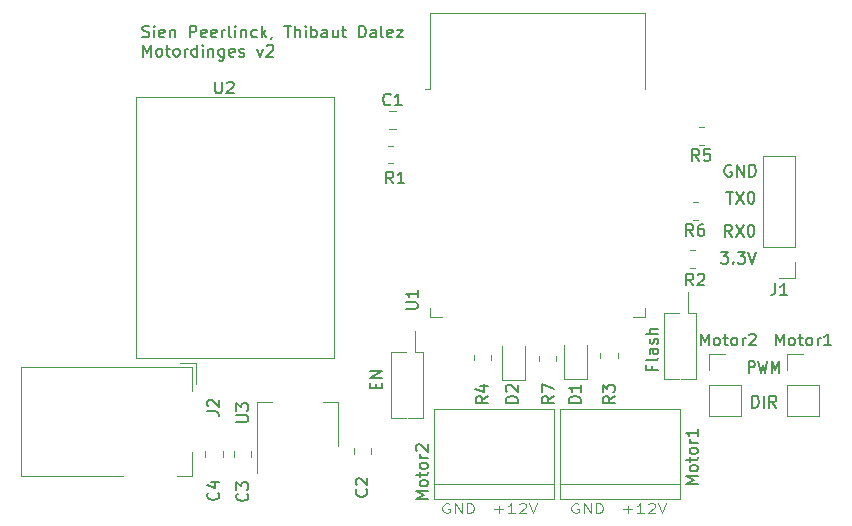
<source format=gbr>
%TF.GenerationSoftware,KiCad,Pcbnew,7.0.1*%
%TF.CreationDate,2023-04-20T23:02:29+02:00*%
%TF.ProjectId,Motordinges,4d6f746f-7264-4696-9e67-65732e6b6963,rev?*%
%TF.SameCoordinates,Original*%
%TF.FileFunction,Legend,Top*%
%TF.FilePolarity,Positive*%
%FSLAX46Y46*%
G04 Gerber Fmt 4.6, Leading zero omitted, Abs format (unit mm)*
G04 Created by KiCad (PCBNEW 7.0.1) date 2023-04-20 23:02:29*
%MOMM*%
%LPD*%
G01*
G04 APERTURE LIST*
%ADD10C,0.150000*%
%ADD11C,0.100000*%
%ADD12C,0.120000*%
G04 APERTURE END LIST*
D10*
X136128095Y-70235619D02*
X136128095Y-69235619D01*
X136128095Y-69235619D02*
X136366190Y-69235619D01*
X136366190Y-69235619D02*
X136509047Y-69283238D01*
X136509047Y-69283238D02*
X136604285Y-69378476D01*
X136604285Y-69378476D02*
X136651904Y-69473714D01*
X136651904Y-69473714D02*
X136699523Y-69664190D01*
X136699523Y-69664190D02*
X136699523Y-69807047D01*
X136699523Y-69807047D02*
X136651904Y-69997523D01*
X136651904Y-69997523D02*
X136604285Y-70092761D01*
X136604285Y-70092761D02*
X136509047Y-70188000D01*
X136509047Y-70188000D02*
X136366190Y-70235619D01*
X136366190Y-70235619D02*
X136128095Y-70235619D01*
X137128095Y-70235619D02*
X137128095Y-69235619D01*
X138175713Y-70235619D02*
X137842380Y-69759428D01*
X137604285Y-70235619D02*
X137604285Y-69235619D01*
X137604285Y-69235619D02*
X137985237Y-69235619D01*
X137985237Y-69235619D02*
X138080475Y-69283238D01*
X138080475Y-69283238D02*
X138128094Y-69330857D01*
X138128094Y-69330857D02*
X138175713Y-69426095D01*
X138175713Y-69426095D02*
X138175713Y-69568952D01*
X138175713Y-69568952D02*
X138128094Y-69664190D01*
X138128094Y-69664190D02*
X138080475Y-69711809D01*
X138080475Y-69711809D02*
X137985237Y-69759428D01*
X137985237Y-69759428D02*
X137604285Y-69759428D01*
D11*
X125206095Y-78845333D02*
X125968000Y-78845333D01*
X125587047Y-79150095D02*
X125587047Y-78540571D01*
X126967999Y-79150095D02*
X126396571Y-79150095D01*
X126682285Y-79150095D02*
X126682285Y-78350095D01*
X126682285Y-78350095D02*
X126587047Y-78464380D01*
X126587047Y-78464380D02*
X126491809Y-78540571D01*
X126491809Y-78540571D02*
X126396571Y-78578666D01*
X127348952Y-78426285D02*
X127396571Y-78388190D01*
X127396571Y-78388190D02*
X127491809Y-78350095D01*
X127491809Y-78350095D02*
X127729904Y-78350095D01*
X127729904Y-78350095D02*
X127825142Y-78388190D01*
X127825142Y-78388190D02*
X127872761Y-78426285D01*
X127872761Y-78426285D02*
X127920380Y-78502476D01*
X127920380Y-78502476D02*
X127920380Y-78578666D01*
X127920380Y-78578666D02*
X127872761Y-78692952D01*
X127872761Y-78692952D02*
X127301333Y-79150095D01*
X127301333Y-79150095D02*
X127920380Y-79150095D01*
X128206095Y-78350095D02*
X128539428Y-79150095D01*
X128539428Y-79150095D02*
X128872761Y-78350095D01*
D10*
X135850285Y-67314619D02*
X135850285Y-66314619D01*
X135850285Y-66314619D02*
X136193142Y-66314619D01*
X136193142Y-66314619D02*
X136278857Y-66362238D01*
X136278857Y-66362238D02*
X136321714Y-66409857D01*
X136321714Y-66409857D02*
X136364571Y-66505095D01*
X136364571Y-66505095D02*
X136364571Y-66647952D01*
X136364571Y-66647952D02*
X136321714Y-66743190D01*
X136321714Y-66743190D02*
X136278857Y-66790809D01*
X136278857Y-66790809D02*
X136193142Y-66838428D01*
X136193142Y-66838428D02*
X135850285Y-66838428D01*
X136664571Y-66314619D02*
X136878857Y-67314619D01*
X136878857Y-67314619D02*
X137050285Y-66600333D01*
X137050285Y-66600333D02*
X137221714Y-67314619D01*
X137221714Y-67314619D02*
X137436000Y-66314619D01*
X137778856Y-67314619D02*
X137778856Y-66314619D01*
X137778856Y-66314619D02*
X138078856Y-67028904D01*
X138078856Y-67028904D02*
X138378856Y-66314619D01*
X138378856Y-66314619D02*
X138378856Y-67314619D01*
D11*
X121411904Y-78388190D02*
X121316666Y-78350095D01*
X121316666Y-78350095D02*
X121173809Y-78350095D01*
X121173809Y-78350095D02*
X121030952Y-78388190D01*
X121030952Y-78388190D02*
X120935714Y-78464380D01*
X120935714Y-78464380D02*
X120888095Y-78540571D01*
X120888095Y-78540571D02*
X120840476Y-78692952D01*
X120840476Y-78692952D02*
X120840476Y-78807238D01*
X120840476Y-78807238D02*
X120888095Y-78959619D01*
X120888095Y-78959619D02*
X120935714Y-79035809D01*
X120935714Y-79035809D02*
X121030952Y-79112000D01*
X121030952Y-79112000D02*
X121173809Y-79150095D01*
X121173809Y-79150095D02*
X121269047Y-79150095D01*
X121269047Y-79150095D02*
X121411904Y-79112000D01*
X121411904Y-79112000D02*
X121459523Y-79073904D01*
X121459523Y-79073904D02*
X121459523Y-78807238D01*
X121459523Y-78807238D02*
X121269047Y-78807238D01*
X121888095Y-79150095D02*
X121888095Y-78350095D01*
X121888095Y-78350095D02*
X122459523Y-79150095D01*
X122459523Y-79150095D02*
X122459523Y-78350095D01*
X122935714Y-79150095D02*
X122935714Y-78350095D01*
X122935714Y-78350095D02*
X123173809Y-78350095D01*
X123173809Y-78350095D02*
X123316666Y-78388190D01*
X123316666Y-78388190D02*
X123411904Y-78464380D01*
X123411904Y-78464380D02*
X123459523Y-78540571D01*
X123459523Y-78540571D02*
X123507142Y-78692952D01*
X123507142Y-78692952D02*
X123507142Y-78807238D01*
X123507142Y-78807238D02*
X123459523Y-78959619D01*
X123459523Y-78959619D02*
X123411904Y-79035809D01*
X123411904Y-79035809D02*
X123316666Y-79112000D01*
X123316666Y-79112000D02*
X123173809Y-79150095D01*
X123173809Y-79150095D02*
X122935714Y-79150095D01*
D10*
X104255809Y-68595904D02*
X104255809Y-68262571D01*
X104779619Y-68119714D02*
X104779619Y-68595904D01*
X104779619Y-68595904D02*
X103779619Y-68595904D01*
X103779619Y-68595904D02*
X103779619Y-68119714D01*
X104779619Y-67691142D02*
X103779619Y-67691142D01*
X103779619Y-67691142D02*
X104779619Y-67119714D01*
X104779619Y-67119714D02*
X103779619Y-67119714D01*
X84518476Y-38850000D02*
X84661333Y-38897619D01*
X84661333Y-38897619D02*
X84899428Y-38897619D01*
X84899428Y-38897619D02*
X84994666Y-38850000D01*
X84994666Y-38850000D02*
X85042285Y-38802380D01*
X85042285Y-38802380D02*
X85089904Y-38707142D01*
X85089904Y-38707142D02*
X85089904Y-38611904D01*
X85089904Y-38611904D02*
X85042285Y-38516666D01*
X85042285Y-38516666D02*
X84994666Y-38469047D01*
X84994666Y-38469047D02*
X84899428Y-38421428D01*
X84899428Y-38421428D02*
X84708952Y-38373809D01*
X84708952Y-38373809D02*
X84613714Y-38326190D01*
X84613714Y-38326190D02*
X84566095Y-38278571D01*
X84566095Y-38278571D02*
X84518476Y-38183333D01*
X84518476Y-38183333D02*
X84518476Y-38088095D01*
X84518476Y-38088095D02*
X84566095Y-37992857D01*
X84566095Y-37992857D02*
X84613714Y-37945238D01*
X84613714Y-37945238D02*
X84708952Y-37897619D01*
X84708952Y-37897619D02*
X84947047Y-37897619D01*
X84947047Y-37897619D02*
X85089904Y-37945238D01*
X85518476Y-38897619D02*
X85518476Y-38230952D01*
X85518476Y-37897619D02*
X85470857Y-37945238D01*
X85470857Y-37945238D02*
X85518476Y-37992857D01*
X85518476Y-37992857D02*
X85566095Y-37945238D01*
X85566095Y-37945238D02*
X85518476Y-37897619D01*
X85518476Y-37897619D02*
X85518476Y-37992857D01*
X86375618Y-38850000D02*
X86280380Y-38897619D01*
X86280380Y-38897619D02*
X86089904Y-38897619D01*
X86089904Y-38897619D02*
X85994666Y-38850000D01*
X85994666Y-38850000D02*
X85947047Y-38754761D01*
X85947047Y-38754761D02*
X85947047Y-38373809D01*
X85947047Y-38373809D02*
X85994666Y-38278571D01*
X85994666Y-38278571D02*
X86089904Y-38230952D01*
X86089904Y-38230952D02*
X86280380Y-38230952D01*
X86280380Y-38230952D02*
X86375618Y-38278571D01*
X86375618Y-38278571D02*
X86423237Y-38373809D01*
X86423237Y-38373809D02*
X86423237Y-38469047D01*
X86423237Y-38469047D02*
X85947047Y-38564285D01*
X86851809Y-38230952D02*
X86851809Y-38897619D01*
X86851809Y-38326190D02*
X86899428Y-38278571D01*
X86899428Y-38278571D02*
X86994666Y-38230952D01*
X86994666Y-38230952D02*
X87137523Y-38230952D01*
X87137523Y-38230952D02*
X87232761Y-38278571D01*
X87232761Y-38278571D02*
X87280380Y-38373809D01*
X87280380Y-38373809D02*
X87280380Y-38897619D01*
X88518476Y-38897619D02*
X88518476Y-37897619D01*
X88518476Y-37897619D02*
X88899428Y-37897619D01*
X88899428Y-37897619D02*
X88994666Y-37945238D01*
X88994666Y-37945238D02*
X89042285Y-37992857D01*
X89042285Y-37992857D02*
X89089904Y-38088095D01*
X89089904Y-38088095D02*
X89089904Y-38230952D01*
X89089904Y-38230952D02*
X89042285Y-38326190D01*
X89042285Y-38326190D02*
X88994666Y-38373809D01*
X88994666Y-38373809D02*
X88899428Y-38421428D01*
X88899428Y-38421428D02*
X88518476Y-38421428D01*
X89899428Y-38850000D02*
X89804190Y-38897619D01*
X89804190Y-38897619D02*
X89613714Y-38897619D01*
X89613714Y-38897619D02*
X89518476Y-38850000D01*
X89518476Y-38850000D02*
X89470857Y-38754761D01*
X89470857Y-38754761D02*
X89470857Y-38373809D01*
X89470857Y-38373809D02*
X89518476Y-38278571D01*
X89518476Y-38278571D02*
X89613714Y-38230952D01*
X89613714Y-38230952D02*
X89804190Y-38230952D01*
X89804190Y-38230952D02*
X89899428Y-38278571D01*
X89899428Y-38278571D02*
X89947047Y-38373809D01*
X89947047Y-38373809D02*
X89947047Y-38469047D01*
X89947047Y-38469047D02*
X89470857Y-38564285D01*
X90756571Y-38850000D02*
X90661333Y-38897619D01*
X90661333Y-38897619D02*
X90470857Y-38897619D01*
X90470857Y-38897619D02*
X90375619Y-38850000D01*
X90375619Y-38850000D02*
X90328000Y-38754761D01*
X90328000Y-38754761D02*
X90328000Y-38373809D01*
X90328000Y-38373809D02*
X90375619Y-38278571D01*
X90375619Y-38278571D02*
X90470857Y-38230952D01*
X90470857Y-38230952D02*
X90661333Y-38230952D01*
X90661333Y-38230952D02*
X90756571Y-38278571D01*
X90756571Y-38278571D02*
X90804190Y-38373809D01*
X90804190Y-38373809D02*
X90804190Y-38469047D01*
X90804190Y-38469047D02*
X90328000Y-38564285D01*
X91232762Y-38897619D02*
X91232762Y-38230952D01*
X91232762Y-38421428D02*
X91280381Y-38326190D01*
X91280381Y-38326190D02*
X91328000Y-38278571D01*
X91328000Y-38278571D02*
X91423238Y-38230952D01*
X91423238Y-38230952D02*
X91518476Y-38230952D01*
X91994667Y-38897619D02*
X91899429Y-38850000D01*
X91899429Y-38850000D02*
X91851810Y-38754761D01*
X91851810Y-38754761D02*
X91851810Y-37897619D01*
X92375620Y-38897619D02*
X92375620Y-38230952D01*
X92375620Y-37897619D02*
X92328001Y-37945238D01*
X92328001Y-37945238D02*
X92375620Y-37992857D01*
X92375620Y-37992857D02*
X92423239Y-37945238D01*
X92423239Y-37945238D02*
X92375620Y-37897619D01*
X92375620Y-37897619D02*
X92375620Y-37992857D01*
X92851810Y-38230952D02*
X92851810Y-38897619D01*
X92851810Y-38326190D02*
X92899429Y-38278571D01*
X92899429Y-38278571D02*
X92994667Y-38230952D01*
X92994667Y-38230952D02*
X93137524Y-38230952D01*
X93137524Y-38230952D02*
X93232762Y-38278571D01*
X93232762Y-38278571D02*
X93280381Y-38373809D01*
X93280381Y-38373809D02*
X93280381Y-38897619D01*
X94185143Y-38850000D02*
X94089905Y-38897619D01*
X94089905Y-38897619D02*
X93899429Y-38897619D01*
X93899429Y-38897619D02*
X93804191Y-38850000D01*
X93804191Y-38850000D02*
X93756572Y-38802380D01*
X93756572Y-38802380D02*
X93708953Y-38707142D01*
X93708953Y-38707142D02*
X93708953Y-38421428D01*
X93708953Y-38421428D02*
X93756572Y-38326190D01*
X93756572Y-38326190D02*
X93804191Y-38278571D01*
X93804191Y-38278571D02*
X93899429Y-38230952D01*
X93899429Y-38230952D02*
X94089905Y-38230952D01*
X94089905Y-38230952D02*
X94185143Y-38278571D01*
X94613715Y-38897619D02*
X94613715Y-37897619D01*
X94708953Y-38516666D02*
X94994667Y-38897619D01*
X94994667Y-38230952D02*
X94613715Y-38611904D01*
X95470858Y-38850000D02*
X95470858Y-38897619D01*
X95470858Y-38897619D02*
X95423239Y-38992857D01*
X95423239Y-38992857D02*
X95375620Y-39040476D01*
X96518477Y-37897619D02*
X97089905Y-37897619D01*
X96804191Y-38897619D02*
X96804191Y-37897619D01*
X97423239Y-38897619D02*
X97423239Y-37897619D01*
X97851810Y-38897619D02*
X97851810Y-38373809D01*
X97851810Y-38373809D02*
X97804191Y-38278571D01*
X97804191Y-38278571D02*
X97708953Y-38230952D01*
X97708953Y-38230952D02*
X97566096Y-38230952D01*
X97566096Y-38230952D02*
X97470858Y-38278571D01*
X97470858Y-38278571D02*
X97423239Y-38326190D01*
X98328001Y-38897619D02*
X98328001Y-38230952D01*
X98328001Y-37897619D02*
X98280382Y-37945238D01*
X98280382Y-37945238D02*
X98328001Y-37992857D01*
X98328001Y-37992857D02*
X98375620Y-37945238D01*
X98375620Y-37945238D02*
X98328001Y-37897619D01*
X98328001Y-37897619D02*
X98328001Y-37992857D01*
X98804191Y-38897619D02*
X98804191Y-37897619D01*
X98804191Y-38278571D02*
X98899429Y-38230952D01*
X98899429Y-38230952D02*
X99089905Y-38230952D01*
X99089905Y-38230952D02*
X99185143Y-38278571D01*
X99185143Y-38278571D02*
X99232762Y-38326190D01*
X99232762Y-38326190D02*
X99280381Y-38421428D01*
X99280381Y-38421428D02*
X99280381Y-38707142D01*
X99280381Y-38707142D02*
X99232762Y-38802380D01*
X99232762Y-38802380D02*
X99185143Y-38850000D01*
X99185143Y-38850000D02*
X99089905Y-38897619D01*
X99089905Y-38897619D02*
X98899429Y-38897619D01*
X98899429Y-38897619D02*
X98804191Y-38850000D01*
X100137524Y-38897619D02*
X100137524Y-38373809D01*
X100137524Y-38373809D02*
X100089905Y-38278571D01*
X100089905Y-38278571D02*
X99994667Y-38230952D01*
X99994667Y-38230952D02*
X99804191Y-38230952D01*
X99804191Y-38230952D02*
X99708953Y-38278571D01*
X100137524Y-38850000D02*
X100042286Y-38897619D01*
X100042286Y-38897619D02*
X99804191Y-38897619D01*
X99804191Y-38897619D02*
X99708953Y-38850000D01*
X99708953Y-38850000D02*
X99661334Y-38754761D01*
X99661334Y-38754761D02*
X99661334Y-38659523D01*
X99661334Y-38659523D02*
X99708953Y-38564285D01*
X99708953Y-38564285D02*
X99804191Y-38516666D01*
X99804191Y-38516666D02*
X100042286Y-38516666D01*
X100042286Y-38516666D02*
X100137524Y-38469047D01*
X101042286Y-38230952D02*
X101042286Y-38897619D01*
X100613715Y-38230952D02*
X100613715Y-38754761D01*
X100613715Y-38754761D02*
X100661334Y-38850000D01*
X100661334Y-38850000D02*
X100756572Y-38897619D01*
X100756572Y-38897619D02*
X100899429Y-38897619D01*
X100899429Y-38897619D02*
X100994667Y-38850000D01*
X100994667Y-38850000D02*
X101042286Y-38802380D01*
X101375620Y-38230952D02*
X101756572Y-38230952D01*
X101518477Y-37897619D02*
X101518477Y-38754761D01*
X101518477Y-38754761D02*
X101566096Y-38850000D01*
X101566096Y-38850000D02*
X101661334Y-38897619D01*
X101661334Y-38897619D02*
X101756572Y-38897619D01*
X102851811Y-38897619D02*
X102851811Y-37897619D01*
X102851811Y-37897619D02*
X103089906Y-37897619D01*
X103089906Y-37897619D02*
X103232763Y-37945238D01*
X103232763Y-37945238D02*
X103328001Y-38040476D01*
X103328001Y-38040476D02*
X103375620Y-38135714D01*
X103375620Y-38135714D02*
X103423239Y-38326190D01*
X103423239Y-38326190D02*
X103423239Y-38469047D01*
X103423239Y-38469047D02*
X103375620Y-38659523D01*
X103375620Y-38659523D02*
X103328001Y-38754761D01*
X103328001Y-38754761D02*
X103232763Y-38850000D01*
X103232763Y-38850000D02*
X103089906Y-38897619D01*
X103089906Y-38897619D02*
X102851811Y-38897619D01*
X104280382Y-38897619D02*
X104280382Y-38373809D01*
X104280382Y-38373809D02*
X104232763Y-38278571D01*
X104232763Y-38278571D02*
X104137525Y-38230952D01*
X104137525Y-38230952D02*
X103947049Y-38230952D01*
X103947049Y-38230952D02*
X103851811Y-38278571D01*
X104280382Y-38850000D02*
X104185144Y-38897619D01*
X104185144Y-38897619D02*
X103947049Y-38897619D01*
X103947049Y-38897619D02*
X103851811Y-38850000D01*
X103851811Y-38850000D02*
X103804192Y-38754761D01*
X103804192Y-38754761D02*
X103804192Y-38659523D01*
X103804192Y-38659523D02*
X103851811Y-38564285D01*
X103851811Y-38564285D02*
X103947049Y-38516666D01*
X103947049Y-38516666D02*
X104185144Y-38516666D01*
X104185144Y-38516666D02*
X104280382Y-38469047D01*
X104899430Y-38897619D02*
X104804192Y-38850000D01*
X104804192Y-38850000D02*
X104756573Y-38754761D01*
X104756573Y-38754761D02*
X104756573Y-37897619D01*
X105661335Y-38850000D02*
X105566097Y-38897619D01*
X105566097Y-38897619D02*
X105375621Y-38897619D01*
X105375621Y-38897619D02*
X105280383Y-38850000D01*
X105280383Y-38850000D02*
X105232764Y-38754761D01*
X105232764Y-38754761D02*
X105232764Y-38373809D01*
X105232764Y-38373809D02*
X105280383Y-38278571D01*
X105280383Y-38278571D02*
X105375621Y-38230952D01*
X105375621Y-38230952D02*
X105566097Y-38230952D01*
X105566097Y-38230952D02*
X105661335Y-38278571D01*
X105661335Y-38278571D02*
X105708954Y-38373809D01*
X105708954Y-38373809D02*
X105708954Y-38469047D01*
X105708954Y-38469047D02*
X105232764Y-38564285D01*
X106042288Y-38230952D02*
X106566097Y-38230952D01*
X106566097Y-38230952D02*
X106042288Y-38897619D01*
X106042288Y-38897619D02*
X106566097Y-38897619D01*
X84566095Y-40517619D02*
X84566095Y-39517619D01*
X84566095Y-39517619D02*
X84899428Y-40231904D01*
X84899428Y-40231904D02*
X85232761Y-39517619D01*
X85232761Y-39517619D02*
X85232761Y-40517619D01*
X85851809Y-40517619D02*
X85756571Y-40470000D01*
X85756571Y-40470000D02*
X85708952Y-40422380D01*
X85708952Y-40422380D02*
X85661333Y-40327142D01*
X85661333Y-40327142D02*
X85661333Y-40041428D01*
X85661333Y-40041428D02*
X85708952Y-39946190D01*
X85708952Y-39946190D02*
X85756571Y-39898571D01*
X85756571Y-39898571D02*
X85851809Y-39850952D01*
X85851809Y-39850952D02*
X85994666Y-39850952D01*
X85994666Y-39850952D02*
X86089904Y-39898571D01*
X86089904Y-39898571D02*
X86137523Y-39946190D01*
X86137523Y-39946190D02*
X86185142Y-40041428D01*
X86185142Y-40041428D02*
X86185142Y-40327142D01*
X86185142Y-40327142D02*
X86137523Y-40422380D01*
X86137523Y-40422380D02*
X86089904Y-40470000D01*
X86089904Y-40470000D02*
X85994666Y-40517619D01*
X85994666Y-40517619D02*
X85851809Y-40517619D01*
X86470857Y-39850952D02*
X86851809Y-39850952D01*
X86613714Y-39517619D02*
X86613714Y-40374761D01*
X86613714Y-40374761D02*
X86661333Y-40470000D01*
X86661333Y-40470000D02*
X86756571Y-40517619D01*
X86756571Y-40517619D02*
X86851809Y-40517619D01*
X87328000Y-40517619D02*
X87232762Y-40470000D01*
X87232762Y-40470000D02*
X87185143Y-40422380D01*
X87185143Y-40422380D02*
X87137524Y-40327142D01*
X87137524Y-40327142D02*
X87137524Y-40041428D01*
X87137524Y-40041428D02*
X87185143Y-39946190D01*
X87185143Y-39946190D02*
X87232762Y-39898571D01*
X87232762Y-39898571D02*
X87328000Y-39850952D01*
X87328000Y-39850952D02*
X87470857Y-39850952D01*
X87470857Y-39850952D02*
X87566095Y-39898571D01*
X87566095Y-39898571D02*
X87613714Y-39946190D01*
X87613714Y-39946190D02*
X87661333Y-40041428D01*
X87661333Y-40041428D02*
X87661333Y-40327142D01*
X87661333Y-40327142D02*
X87613714Y-40422380D01*
X87613714Y-40422380D02*
X87566095Y-40470000D01*
X87566095Y-40470000D02*
X87470857Y-40517619D01*
X87470857Y-40517619D02*
X87328000Y-40517619D01*
X88089905Y-40517619D02*
X88089905Y-39850952D01*
X88089905Y-40041428D02*
X88137524Y-39946190D01*
X88137524Y-39946190D02*
X88185143Y-39898571D01*
X88185143Y-39898571D02*
X88280381Y-39850952D01*
X88280381Y-39850952D02*
X88375619Y-39850952D01*
X89137524Y-40517619D02*
X89137524Y-39517619D01*
X89137524Y-40470000D02*
X89042286Y-40517619D01*
X89042286Y-40517619D02*
X88851810Y-40517619D01*
X88851810Y-40517619D02*
X88756572Y-40470000D01*
X88756572Y-40470000D02*
X88708953Y-40422380D01*
X88708953Y-40422380D02*
X88661334Y-40327142D01*
X88661334Y-40327142D02*
X88661334Y-40041428D01*
X88661334Y-40041428D02*
X88708953Y-39946190D01*
X88708953Y-39946190D02*
X88756572Y-39898571D01*
X88756572Y-39898571D02*
X88851810Y-39850952D01*
X88851810Y-39850952D02*
X89042286Y-39850952D01*
X89042286Y-39850952D02*
X89137524Y-39898571D01*
X89613715Y-40517619D02*
X89613715Y-39850952D01*
X89613715Y-39517619D02*
X89566096Y-39565238D01*
X89566096Y-39565238D02*
X89613715Y-39612857D01*
X89613715Y-39612857D02*
X89661334Y-39565238D01*
X89661334Y-39565238D02*
X89613715Y-39517619D01*
X89613715Y-39517619D02*
X89613715Y-39612857D01*
X90089905Y-39850952D02*
X90089905Y-40517619D01*
X90089905Y-39946190D02*
X90137524Y-39898571D01*
X90137524Y-39898571D02*
X90232762Y-39850952D01*
X90232762Y-39850952D02*
X90375619Y-39850952D01*
X90375619Y-39850952D02*
X90470857Y-39898571D01*
X90470857Y-39898571D02*
X90518476Y-39993809D01*
X90518476Y-39993809D02*
X90518476Y-40517619D01*
X91423238Y-39850952D02*
X91423238Y-40660476D01*
X91423238Y-40660476D02*
X91375619Y-40755714D01*
X91375619Y-40755714D02*
X91328000Y-40803333D01*
X91328000Y-40803333D02*
X91232762Y-40850952D01*
X91232762Y-40850952D02*
X91089905Y-40850952D01*
X91089905Y-40850952D02*
X90994667Y-40803333D01*
X91423238Y-40470000D02*
X91328000Y-40517619D01*
X91328000Y-40517619D02*
X91137524Y-40517619D01*
X91137524Y-40517619D02*
X91042286Y-40470000D01*
X91042286Y-40470000D02*
X90994667Y-40422380D01*
X90994667Y-40422380D02*
X90947048Y-40327142D01*
X90947048Y-40327142D02*
X90947048Y-40041428D01*
X90947048Y-40041428D02*
X90994667Y-39946190D01*
X90994667Y-39946190D02*
X91042286Y-39898571D01*
X91042286Y-39898571D02*
X91137524Y-39850952D01*
X91137524Y-39850952D02*
X91328000Y-39850952D01*
X91328000Y-39850952D02*
X91423238Y-39898571D01*
X92280381Y-40470000D02*
X92185143Y-40517619D01*
X92185143Y-40517619D02*
X91994667Y-40517619D01*
X91994667Y-40517619D02*
X91899429Y-40470000D01*
X91899429Y-40470000D02*
X91851810Y-40374761D01*
X91851810Y-40374761D02*
X91851810Y-39993809D01*
X91851810Y-39993809D02*
X91899429Y-39898571D01*
X91899429Y-39898571D02*
X91994667Y-39850952D01*
X91994667Y-39850952D02*
X92185143Y-39850952D01*
X92185143Y-39850952D02*
X92280381Y-39898571D01*
X92280381Y-39898571D02*
X92328000Y-39993809D01*
X92328000Y-39993809D02*
X92328000Y-40089047D01*
X92328000Y-40089047D02*
X91851810Y-40184285D01*
X92708953Y-40470000D02*
X92804191Y-40517619D01*
X92804191Y-40517619D02*
X92994667Y-40517619D01*
X92994667Y-40517619D02*
X93089905Y-40470000D01*
X93089905Y-40470000D02*
X93137524Y-40374761D01*
X93137524Y-40374761D02*
X93137524Y-40327142D01*
X93137524Y-40327142D02*
X93089905Y-40231904D01*
X93089905Y-40231904D02*
X92994667Y-40184285D01*
X92994667Y-40184285D02*
X92851810Y-40184285D01*
X92851810Y-40184285D02*
X92756572Y-40136666D01*
X92756572Y-40136666D02*
X92708953Y-40041428D01*
X92708953Y-40041428D02*
X92708953Y-39993809D01*
X92708953Y-39993809D02*
X92756572Y-39898571D01*
X92756572Y-39898571D02*
X92851810Y-39850952D01*
X92851810Y-39850952D02*
X92994667Y-39850952D01*
X92994667Y-39850952D02*
X93089905Y-39898571D01*
X94232763Y-39850952D02*
X94470858Y-40517619D01*
X94470858Y-40517619D02*
X94708953Y-39850952D01*
X95042287Y-39612857D02*
X95089906Y-39565238D01*
X95089906Y-39565238D02*
X95185144Y-39517619D01*
X95185144Y-39517619D02*
X95423239Y-39517619D01*
X95423239Y-39517619D02*
X95518477Y-39565238D01*
X95518477Y-39565238D02*
X95566096Y-39612857D01*
X95566096Y-39612857D02*
X95613715Y-39708095D01*
X95613715Y-39708095D02*
X95613715Y-39803333D01*
X95613715Y-39803333D02*
X95566096Y-39946190D01*
X95566096Y-39946190D02*
X94994668Y-40517619D01*
X94994668Y-40517619D02*
X95613715Y-40517619D01*
X134365904Y-49725238D02*
X134270666Y-49677619D01*
X134270666Y-49677619D02*
X134127809Y-49677619D01*
X134127809Y-49677619D02*
X133984952Y-49725238D01*
X133984952Y-49725238D02*
X133889714Y-49820476D01*
X133889714Y-49820476D02*
X133842095Y-49915714D01*
X133842095Y-49915714D02*
X133794476Y-50106190D01*
X133794476Y-50106190D02*
X133794476Y-50249047D01*
X133794476Y-50249047D02*
X133842095Y-50439523D01*
X133842095Y-50439523D02*
X133889714Y-50534761D01*
X133889714Y-50534761D02*
X133984952Y-50630000D01*
X133984952Y-50630000D02*
X134127809Y-50677619D01*
X134127809Y-50677619D02*
X134223047Y-50677619D01*
X134223047Y-50677619D02*
X134365904Y-50630000D01*
X134365904Y-50630000D02*
X134413523Y-50582380D01*
X134413523Y-50582380D02*
X134413523Y-50249047D01*
X134413523Y-50249047D02*
X134223047Y-50249047D01*
X134842095Y-50677619D02*
X134842095Y-49677619D01*
X134842095Y-49677619D02*
X135413523Y-50677619D01*
X135413523Y-50677619D02*
X135413523Y-49677619D01*
X135889714Y-50677619D02*
X135889714Y-49677619D01*
X135889714Y-49677619D02*
X136127809Y-49677619D01*
X136127809Y-49677619D02*
X136270666Y-49725238D01*
X136270666Y-49725238D02*
X136365904Y-49820476D01*
X136365904Y-49820476D02*
X136413523Y-49915714D01*
X136413523Y-49915714D02*
X136461142Y-50106190D01*
X136461142Y-50106190D02*
X136461142Y-50249047D01*
X136461142Y-50249047D02*
X136413523Y-50439523D01*
X136413523Y-50439523D02*
X136365904Y-50534761D01*
X136365904Y-50534761D02*
X136270666Y-50630000D01*
X136270666Y-50630000D02*
X136127809Y-50677619D01*
X136127809Y-50677619D02*
X135889714Y-50677619D01*
X134413523Y-55757619D02*
X134080190Y-55281428D01*
X133842095Y-55757619D02*
X133842095Y-54757619D01*
X133842095Y-54757619D02*
X134223047Y-54757619D01*
X134223047Y-54757619D02*
X134318285Y-54805238D01*
X134318285Y-54805238D02*
X134365904Y-54852857D01*
X134365904Y-54852857D02*
X134413523Y-54948095D01*
X134413523Y-54948095D02*
X134413523Y-55090952D01*
X134413523Y-55090952D02*
X134365904Y-55186190D01*
X134365904Y-55186190D02*
X134318285Y-55233809D01*
X134318285Y-55233809D02*
X134223047Y-55281428D01*
X134223047Y-55281428D02*
X133842095Y-55281428D01*
X134746857Y-54757619D02*
X135413523Y-55757619D01*
X135413523Y-54757619D02*
X134746857Y-55757619D01*
X135984952Y-54757619D02*
X136080190Y-54757619D01*
X136080190Y-54757619D02*
X136175428Y-54805238D01*
X136175428Y-54805238D02*
X136223047Y-54852857D01*
X136223047Y-54852857D02*
X136270666Y-54948095D01*
X136270666Y-54948095D02*
X136318285Y-55138571D01*
X136318285Y-55138571D02*
X136318285Y-55376666D01*
X136318285Y-55376666D02*
X136270666Y-55567142D01*
X136270666Y-55567142D02*
X136223047Y-55662380D01*
X136223047Y-55662380D02*
X136175428Y-55710000D01*
X136175428Y-55710000D02*
X136080190Y-55757619D01*
X136080190Y-55757619D02*
X135984952Y-55757619D01*
X135984952Y-55757619D02*
X135889714Y-55710000D01*
X135889714Y-55710000D02*
X135842095Y-55662380D01*
X135842095Y-55662380D02*
X135794476Y-55567142D01*
X135794476Y-55567142D02*
X135746857Y-55376666D01*
X135746857Y-55376666D02*
X135746857Y-55138571D01*
X135746857Y-55138571D02*
X135794476Y-54948095D01*
X135794476Y-54948095D02*
X135842095Y-54852857D01*
X135842095Y-54852857D02*
X135889714Y-54805238D01*
X135889714Y-54805238D02*
X135984952Y-54757619D01*
D11*
X110489904Y-78388190D02*
X110394666Y-78350095D01*
X110394666Y-78350095D02*
X110251809Y-78350095D01*
X110251809Y-78350095D02*
X110108952Y-78388190D01*
X110108952Y-78388190D02*
X110013714Y-78464380D01*
X110013714Y-78464380D02*
X109966095Y-78540571D01*
X109966095Y-78540571D02*
X109918476Y-78692952D01*
X109918476Y-78692952D02*
X109918476Y-78807238D01*
X109918476Y-78807238D02*
X109966095Y-78959619D01*
X109966095Y-78959619D02*
X110013714Y-79035809D01*
X110013714Y-79035809D02*
X110108952Y-79112000D01*
X110108952Y-79112000D02*
X110251809Y-79150095D01*
X110251809Y-79150095D02*
X110347047Y-79150095D01*
X110347047Y-79150095D02*
X110489904Y-79112000D01*
X110489904Y-79112000D02*
X110537523Y-79073904D01*
X110537523Y-79073904D02*
X110537523Y-78807238D01*
X110537523Y-78807238D02*
X110347047Y-78807238D01*
X110966095Y-79150095D02*
X110966095Y-78350095D01*
X110966095Y-78350095D02*
X111537523Y-79150095D01*
X111537523Y-79150095D02*
X111537523Y-78350095D01*
X112013714Y-79150095D02*
X112013714Y-78350095D01*
X112013714Y-78350095D02*
X112251809Y-78350095D01*
X112251809Y-78350095D02*
X112394666Y-78388190D01*
X112394666Y-78388190D02*
X112489904Y-78464380D01*
X112489904Y-78464380D02*
X112537523Y-78540571D01*
X112537523Y-78540571D02*
X112585142Y-78692952D01*
X112585142Y-78692952D02*
X112585142Y-78807238D01*
X112585142Y-78807238D02*
X112537523Y-78959619D01*
X112537523Y-78959619D02*
X112489904Y-79035809D01*
X112489904Y-79035809D02*
X112394666Y-79112000D01*
X112394666Y-79112000D02*
X112251809Y-79150095D01*
X112251809Y-79150095D02*
X112013714Y-79150095D01*
D10*
X127623809Y-66738571D02*
X127623809Y-67071904D01*
X128147619Y-67071904D02*
X127147619Y-67071904D01*
X127147619Y-67071904D02*
X127147619Y-66595714D01*
X128147619Y-66071904D02*
X128100000Y-66167142D01*
X128100000Y-66167142D02*
X128004761Y-66214761D01*
X128004761Y-66214761D02*
X127147619Y-66214761D01*
X128147619Y-65262380D02*
X127623809Y-65262380D01*
X127623809Y-65262380D02*
X127528571Y-65309999D01*
X127528571Y-65309999D02*
X127480952Y-65405237D01*
X127480952Y-65405237D02*
X127480952Y-65595713D01*
X127480952Y-65595713D02*
X127528571Y-65690951D01*
X128100000Y-65262380D02*
X128147619Y-65357618D01*
X128147619Y-65357618D02*
X128147619Y-65595713D01*
X128147619Y-65595713D02*
X128100000Y-65690951D01*
X128100000Y-65690951D02*
X128004761Y-65738570D01*
X128004761Y-65738570D02*
X127909523Y-65738570D01*
X127909523Y-65738570D02*
X127814285Y-65690951D01*
X127814285Y-65690951D02*
X127766666Y-65595713D01*
X127766666Y-65595713D02*
X127766666Y-65357618D01*
X127766666Y-65357618D02*
X127719047Y-65262380D01*
X128100000Y-64833808D02*
X128147619Y-64738570D01*
X128147619Y-64738570D02*
X128147619Y-64548094D01*
X128147619Y-64548094D02*
X128100000Y-64452856D01*
X128100000Y-64452856D02*
X128004761Y-64405237D01*
X128004761Y-64405237D02*
X127957142Y-64405237D01*
X127957142Y-64405237D02*
X127861904Y-64452856D01*
X127861904Y-64452856D02*
X127814285Y-64548094D01*
X127814285Y-64548094D02*
X127814285Y-64690951D01*
X127814285Y-64690951D02*
X127766666Y-64786189D01*
X127766666Y-64786189D02*
X127671428Y-64833808D01*
X127671428Y-64833808D02*
X127623809Y-64833808D01*
X127623809Y-64833808D02*
X127528571Y-64786189D01*
X127528571Y-64786189D02*
X127480952Y-64690951D01*
X127480952Y-64690951D02*
X127480952Y-64548094D01*
X127480952Y-64548094D02*
X127528571Y-64452856D01*
X128147619Y-63976665D02*
X127147619Y-63976665D01*
X128147619Y-63548094D02*
X127623809Y-63548094D01*
X127623809Y-63548094D02*
X127528571Y-63595713D01*
X127528571Y-63595713D02*
X127480952Y-63690951D01*
X127480952Y-63690951D02*
X127480952Y-63833808D01*
X127480952Y-63833808D02*
X127528571Y-63929046D01*
X127528571Y-63929046D02*
X127576190Y-63976665D01*
X133492857Y-57043619D02*
X134111904Y-57043619D01*
X134111904Y-57043619D02*
X133778571Y-57424571D01*
X133778571Y-57424571D02*
X133921428Y-57424571D01*
X133921428Y-57424571D02*
X134016666Y-57472190D01*
X134016666Y-57472190D02*
X134064285Y-57519809D01*
X134064285Y-57519809D02*
X134111904Y-57615047D01*
X134111904Y-57615047D02*
X134111904Y-57853142D01*
X134111904Y-57853142D02*
X134064285Y-57948380D01*
X134064285Y-57948380D02*
X134016666Y-57996000D01*
X134016666Y-57996000D02*
X133921428Y-58043619D01*
X133921428Y-58043619D02*
X133635714Y-58043619D01*
X133635714Y-58043619D02*
X133540476Y-57996000D01*
X133540476Y-57996000D02*
X133492857Y-57948380D01*
X134540476Y-57948380D02*
X134588095Y-57996000D01*
X134588095Y-57996000D02*
X134540476Y-58043619D01*
X134540476Y-58043619D02*
X134492857Y-57996000D01*
X134492857Y-57996000D02*
X134540476Y-57948380D01*
X134540476Y-57948380D02*
X134540476Y-58043619D01*
X134921428Y-57043619D02*
X135540475Y-57043619D01*
X135540475Y-57043619D02*
X135207142Y-57424571D01*
X135207142Y-57424571D02*
X135349999Y-57424571D01*
X135349999Y-57424571D02*
X135445237Y-57472190D01*
X135445237Y-57472190D02*
X135492856Y-57519809D01*
X135492856Y-57519809D02*
X135540475Y-57615047D01*
X135540475Y-57615047D02*
X135540475Y-57853142D01*
X135540475Y-57853142D02*
X135492856Y-57948380D01*
X135492856Y-57948380D02*
X135445237Y-57996000D01*
X135445237Y-57996000D02*
X135349999Y-58043619D01*
X135349999Y-58043619D02*
X135064285Y-58043619D01*
X135064285Y-58043619D02*
X134969047Y-57996000D01*
X134969047Y-57996000D02*
X134921428Y-57948380D01*
X135826190Y-57043619D02*
X136159523Y-58043619D01*
X136159523Y-58043619D02*
X136492856Y-57043619D01*
D11*
X114284095Y-78845333D02*
X115046000Y-78845333D01*
X114665047Y-79150095D02*
X114665047Y-78540571D01*
X116045999Y-79150095D02*
X115474571Y-79150095D01*
X115760285Y-79150095D02*
X115760285Y-78350095D01*
X115760285Y-78350095D02*
X115665047Y-78464380D01*
X115665047Y-78464380D02*
X115569809Y-78540571D01*
X115569809Y-78540571D02*
X115474571Y-78578666D01*
X116426952Y-78426285D02*
X116474571Y-78388190D01*
X116474571Y-78388190D02*
X116569809Y-78350095D01*
X116569809Y-78350095D02*
X116807904Y-78350095D01*
X116807904Y-78350095D02*
X116903142Y-78388190D01*
X116903142Y-78388190D02*
X116950761Y-78426285D01*
X116950761Y-78426285D02*
X116998380Y-78502476D01*
X116998380Y-78502476D02*
X116998380Y-78578666D01*
X116998380Y-78578666D02*
X116950761Y-78692952D01*
X116950761Y-78692952D02*
X116379333Y-79150095D01*
X116379333Y-79150095D02*
X116998380Y-79150095D01*
X117284095Y-78350095D02*
X117617428Y-79150095D01*
X117617428Y-79150095D02*
X117950761Y-78350095D01*
D10*
X133953238Y-51963619D02*
X134524666Y-51963619D01*
X134238952Y-52963619D02*
X134238952Y-51963619D01*
X134762762Y-51963619D02*
X135429428Y-52963619D01*
X135429428Y-51963619D02*
X134762762Y-52963619D01*
X136000857Y-51963619D02*
X136096095Y-51963619D01*
X136096095Y-51963619D02*
X136191333Y-52011238D01*
X136191333Y-52011238D02*
X136238952Y-52058857D01*
X136238952Y-52058857D02*
X136286571Y-52154095D01*
X136286571Y-52154095D02*
X136334190Y-52344571D01*
X136334190Y-52344571D02*
X136334190Y-52582666D01*
X136334190Y-52582666D02*
X136286571Y-52773142D01*
X136286571Y-52773142D02*
X136238952Y-52868380D01*
X136238952Y-52868380D02*
X136191333Y-52916000D01*
X136191333Y-52916000D02*
X136096095Y-52963619D01*
X136096095Y-52963619D02*
X136000857Y-52963619D01*
X136000857Y-52963619D02*
X135905619Y-52916000D01*
X135905619Y-52916000D02*
X135858000Y-52868380D01*
X135858000Y-52868380D02*
X135810381Y-52773142D01*
X135810381Y-52773142D02*
X135762762Y-52582666D01*
X135762762Y-52582666D02*
X135762762Y-52344571D01*
X135762762Y-52344571D02*
X135810381Y-52154095D01*
X135810381Y-52154095D02*
X135858000Y-52058857D01*
X135858000Y-52058857D02*
X135905619Y-52011238D01*
X135905619Y-52011238D02*
X136000857Y-51963619D01*
%TO.C,Motor1*%
X138152476Y-64978619D02*
X138152476Y-63978619D01*
X138152476Y-63978619D02*
X138485809Y-64692904D01*
X138485809Y-64692904D02*
X138819142Y-63978619D01*
X138819142Y-63978619D02*
X138819142Y-64978619D01*
X139438190Y-64978619D02*
X139342952Y-64931000D01*
X139342952Y-64931000D02*
X139295333Y-64883380D01*
X139295333Y-64883380D02*
X139247714Y-64788142D01*
X139247714Y-64788142D02*
X139247714Y-64502428D01*
X139247714Y-64502428D02*
X139295333Y-64407190D01*
X139295333Y-64407190D02*
X139342952Y-64359571D01*
X139342952Y-64359571D02*
X139438190Y-64311952D01*
X139438190Y-64311952D02*
X139581047Y-64311952D01*
X139581047Y-64311952D02*
X139676285Y-64359571D01*
X139676285Y-64359571D02*
X139723904Y-64407190D01*
X139723904Y-64407190D02*
X139771523Y-64502428D01*
X139771523Y-64502428D02*
X139771523Y-64788142D01*
X139771523Y-64788142D02*
X139723904Y-64883380D01*
X139723904Y-64883380D02*
X139676285Y-64931000D01*
X139676285Y-64931000D02*
X139581047Y-64978619D01*
X139581047Y-64978619D02*
X139438190Y-64978619D01*
X140057238Y-64311952D02*
X140438190Y-64311952D01*
X140200095Y-63978619D02*
X140200095Y-64835761D01*
X140200095Y-64835761D02*
X140247714Y-64931000D01*
X140247714Y-64931000D02*
X140342952Y-64978619D01*
X140342952Y-64978619D02*
X140438190Y-64978619D01*
X140914381Y-64978619D02*
X140819143Y-64931000D01*
X140819143Y-64931000D02*
X140771524Y-64883380D01*
X140771524Y-64883380D02*
X140723905Y-64788142D01*
X140723905Y-64788142D02*
X140723905Y-64502428D01*
X140723905Y-64502428D02*
X140771524Y-64407190D01*
X140771524Y-64407190D02*
X140819143Y-64359571D01*
X140819143Y-64359571D02*
X140914381Y-64311952D01*
X140914381Y-64311952D02*
X141057238Y-64311952D01*
X141057238Y-64311952D02*
X141152476Y-64359571D01*
X141152476Y-64359571D02*
X141200095Y-64407190D01*
X141200095Y-64407190D02*
X141247714Y-64502428D01*
X141247714Y-64502428D02*
X141247714Y-64788142D01*
X141247714Y-64788142D02*
X141200095Y-64883380D01*
X141200095Y-64883380D02*
X141152476Y-64931000D01*
X141152476Y-64931000D02*
X141057238Y-64978619D01*
X141057238Y-64978619D02*
X140914381Y-64978619D01*
X141676286Y-64978619D02*
X141676286Y-64311952D01*
X141676286Y-64502428D02*
X141723905Y-64407190D01*
X141723905Y-64407190D02*
X141771524Y-64359571D01*
X141771524Y-64359571D02*
X141866762Y-64311952D01*
X141866762Y-64311952D02*
X141962000Y-64311952D01*
X142819143Y-64978619D02*
X142247715Y-64978619D01*
X142533429Y-64978619D02*
X142533429Y-63978619D01*
X142533429Y-63978619D02*
X142438191Y-64121476D01*
X142438191Y-64121476D02*
X142342953Y-64216714D01*
X142342953Y-64216714D02*
X142247715Y-64264333D01*
%TO.C,J1*%
X138096666Y-59704619D02*
X138096666Y-60418904D01*
X138096666Y-60418904D02*
X138049047Y-60561761D01*
X138049047Y-60561761D02*
X137953809Y-60657000D01*
X137953809Y-60657000D02*
X137810952Y-60704619D01*
X137810952Y-60704619D02*
X137715714Y-60704619D01*
X139096666Y-60704619D02*
X138525238Y-60704619D01*
X138810952Y-60704619D02*
X138810952Y-59704619D01*
X138810952Y-59704619D02*
X138715714Y-59847476D01*
X138715714Y-59847476D02*
X138620476Y-59942714D01*
X138620476Y-59942714D02*
X138525238Y-59990333D01*
%TO.C,C1*%
X105522733Y-44563380D02*
X105475114Y-44611000D01*
X105475114Y-44611000D02*
X105332257Y-44658619D01*
X105332257Y-44658619D02*
X105237019Y-44658619D01*
X105237019Y-44658619D02*
X105094162Y-44611000D01*
X105094162Y-44611000D02*
X104998924Y-44515761D01*
X104998924Y-44515761D02*
X104951305Y-44420523D01*
X104951305Y-44420523D02*
X104903686Y-44230047D01*
X104903686Y-44230047D02*
X104903686Y-44087190D01*
X104903686Y-44087190D02*
X104951305Y-43896714D01*
X104951305Y-43896714D02*
X104998924Y-43801476D01*
X104998924Y-43801476D02*
X105094162Y-43706238D01*
X105094162Y-43706238D02*
X105237019Y-43658619D01*
X105237019Y-43658619D02*
X105332257Y-43658619D01*
X105332257Y-43658619D02*
X105475114Y-43706238D01*
X105475114Y-43706238D02*
X105522733Y-43753857D01*
X106475114Y-44658619D02*
X105903686Y-44658619D01*
X106189400Y-44658619D02*
X106189400Y-43658619D01*
X106189400Y-43658619D02*
X106094162Y-43801476D01*
X106094162Y-43801476D02*
X105998924Y-43896714D01*
X105998924Y-43896714D02*
X105903686Y-43944333D01*
%TO.C,U3*%
X92477419Y-71449704D02*
X93286942Y-71449704D01*
X93286942Y-71449704D02*
X93382180Y-71402085D01*
X93382180Y-71402085D02*
X93429800Y-71354466D01*
X93429800Y-71354466D02*
X93477419Y-71259228D01*
X93477419Y-71259228D02*
X93477419Y-71068752D01*
X93477419Y-71068752D02*
X93429800Y-70973514D01*
X93429800Y-70973514D02*
X93382180Y-70925895D01*
X93382180Y-70925895D02*
X93286942Y-70878276D01*
X93286942Y-70878276D02*
X92477419Y-70878276D01*
X92477419Y-70497323D02*
X92477419Y-69878276D01*
X92477419Y-69878276D02*
X92858371Y-70211609D01*
X92858371Y-70211609D02*
X92858371Y-70068752D01*
X92858371Y-70068752D02*
X92905990Y-69973514D01*
X92905990Y-69973514D02*
X92953609Y-69925895D01*
X92953609Y-69925895D02*
X93048847Y-69878276D01*
X93048847Y-69878276D02*
X93286942Y-69878276D01*
X93286942Y-69878276D02*
X93382180Y-69925895D01*
X93382180Y-69925895D02*
X93429800Y-69973514D01*
X93429800Y-69973514D02*
X93477419Y-70068752D01*
X93477419Y-70068752D02*
X93477419Y-70354466D01*
X93477419Y-70354466D02*
X93429800Y-70449704D01*
X93429800Y-70449704D02*
X93382180Y-70497323D01*
%TO.C,C2*%
X103465980Y-77154066D02*
X103513600Y-77201685D01*
X103513600Y-77201685D02*
X103561219Y-77344542D01*
X103561219Y-77344542D02*
X103561219Y-77439780D01*
X103561219Y-77439780D02*
X103513600Y-77582637D01*
X103513600Y-77582637D02*
X103418361Y-77677875D01*
X103418361Y-77677875D02*
X103323123Y-77725494D01*
X103323123Y-77725494D02*
X103132647Y-77773113D01*
X103132647Y-77773113D02*
X102989790Y-77773113D01*
X102989790Y-77773113D02*
X102799314Y-77725494D01*
X102799314Y-77725494D02*
X102704076Y-77677875D01*
X102704076Y-77677875D02*
X102608838Y-77582637D01*
X102608838Y-77582637D02*
X102561219Y-77439780D01*
X102561219Y-77439780D02*
X102561219Y-77344542D01*
X102561219Y-77344542D02*
X102608838Y-77201685D01*
X102608838Y-77201685D02*
X102656457Y-77154066D01*
X102656457Y-76773113D02*
X102608838Y-76725494D01*
X102608838Y-76725494D02*
X102561219Y-76630256D01*
X102561219Y-76630256D02*
X102561219Y-76392161D01*
X102561219Y-76392161D02*
X102608838Y-76296923D01*
X102608838Y-76296923D02*
X102656457Y-76249304D01*
X102656457Y-76249304D02*
X102751695Y-76201685D01*
X102751695Y-76201685D02*
X102846933Y-76201685D01*
X102846933Y-76201685D02*
X102989790Y-76249304D01*
X102989790Y-76249304D02*
X103561219Y-76820732D01*
X103561219Y-76820732D02*
X103561219Y-76201685D01*
%TO.C,C3*%
X93382180Y-77513566D02*
X93429800Y-77561185D01*
X93429800Y-77561185D02*
X93477419Y-77704042D01*
X93477419Y-77704042D02*
X93477419Y-77799280D01*
X93477419Y-77799280D02*
X93429800Y-77942137D01*
X93429800Y-77942137D02*
X93334561Y-78037375D01*
X93334561Y-78037375D02*
X93239323Y-78084994D01*
X93239323Y-78084994D02*
X93048847Y-78132613D01*
X93048847Y-78132613D02*
X92905990Y-78132613D01*
X92905990Y-78132613D02*
X92715514Y-78084994D01*
X92715514Y-78084994D02*
X92620276Y-78037375D01*
X92620276Y-78037375D02*
X92525038Y-77942137D01*
X92525038Y-77942137D02*
X92477419Y-77799280D01*
X92477419Y-77799280D02*
X92477419Y-77704042D01*
X92477419Y-77704042D02*
X92525038Y-77561185D01*
X92525038Y-77561185D02*
X92572657Y-77513566D01*
X92477419Y-77180232D02*
X92477419Y-76561185D01*
X92477419Y-76561185D02*
X92858371Y-76894518D01*
X92858371Y-76894518D02*
X92858371Y-76751661D01*
X92858371Y-76751661D02*
X92905990Y-76656423D01*
X92905990Y-76656423D02*
X92953609Y-76608804D01*
X92953609Y-76608804D02*
X93048847Y-76561185D01*
X93048847Y-76561185D02*
X93286942Y-76561185D01*
X93286942Y-76561185D02*
X93382180Y-76608804D01*
X93382180Y-76608804D02*
X93429800Y-76656423D01*
X93429800Y-76656423D02*
X93477419Y-76751661D01*
X93477419Y-76751661D02*
X93477419Y-77037375D01*
X93477419Y-77037375D02*
X93429800Y-77132613D01*
X93429800Y-77132613D02*
X93382180Y-77180232D01*
%TO.C,D2*%
X116286619Y-69826094D02*
X115286619Y-69826094D01*
X115286619Y-69826094D02*
X115286619Y-69587999D01*
X115286619Y-69587999D02*
X115334238Y-69445142D01*
X115334238Y-69445142D02*
X115429476Y-69349904D01*
X115429476Y-69349904D02*
X115524714Y-69302285D01*
X115524714Y-69302285D02*
X115715190Y-69254666D01*
X115715190Y-69254666D02*
X115858047Y-69254666D01*
X115858047Y-69254666D02*
X116048523Y-69302285D01*
X116048523Y-69302285D02*
X116143761Y-69349904D01*
X116143761Y-69349904D02*
X116239000Y-69445142D01*
X116239000Y-69445142D02*
X116286619Y-69587999D01*
X116286619Y-69587999D02*
X116286619Y-69826094D01*
X115381857Y-68873713D02*
X115334238Y-68826094D01*
X115334238Y-68826094D02*
X115286619Y-68730856D01*
X115286619Y-68730856D02*
X115286619Y-68492761D01*
X115286619Y-68492761D02*
X115334238Y-68397523D01*
X115334238Y-68397523D02*
X115381857Y-68349904D01*
X115381857Y-68349904D02*
X115477095Y-68302285D01*
X115477095Y-68302285D02*
X115572333Y-68302285D01*
X115572333Y-68302285D02*
X115715190Y-68349904D01*
X115715190Y-68349904D02*
X116286619Y-68921332D01*
X116286619Y-68921332D02*
X116286619Y-68302285D01*
%TO.C,U1*%
X106822619Y-61891904D02*
X107632142Y-61891904D01*
X107632142Y-61891904D02*
X107727380Y-61844285D01*
X107727380Y-61844285D02*
X107775000Y-61796666D01*
X107775000Y-61796666D02*
X107822619Y-61701428D01*
X107822619Y-61701428D02*
X107822619Y-61510952D01*
X107822619Y-61510952D02*
X107775000Y-61415714D01*
X107775000Y-61415714D02*
X107727380Y-61368095D01*
X107727380Y-61368095D02*
X107632142Y-61320476D01*
X107632142Y-61320476D02*
X106822619Y-61320476D01*
X107822619Y-60320476D02*
X107822619Y-60891904D01*
X107822619Y-60606190D02*
X106822619Y-60606190D01*
X106822619Y-60606190D02*
X106965476Y-60701428D01*
X106965476Y-60701428D02*
X107060714Y-60796666D01*
X107060714Y-60796666D02*
X107108333Y-60891904D01*
%TO.C,R1*%
X105751333Y-51262619D02*
X105418000Y-50786428D01*
X105179905Y-51262619D02*
X105179905Y-50262619D01*
X105179905Y-50262619D02*
X105560857Y-50262619D01*
X105560857Y-50262619D02*
X105656095Y-50310238D01*
X105656095Y-50310238D02*
X105703714Y-50357857D01*
X105703714Y-50357857D02*
X105751333Y-50453095D01*
X105751333Y-50453095D02*
X105751333Y-50595952D01*
X105751333Y-50595952D02*
X105703714Y-50691190D01*
X105703714Y-50691190D02*
X105656095Y-50738809D01*
X105656095Y-50738809D02*
X105560857Y-50786428D01*
X105560857Y-50786428D02*
X105179905Y-50786428D01*
X106703714Y-51262619D02*
X106132286Y-51262619D01*
X106418000Y-51262619D02*
X106418000Y-50262619D01*
X106418000Y-50262619D02*
X106322762Y-50405476D01*
X106322762Y-50405476D02*
X106227524Y-50500714D01*
X106227524Y-50500714D02*
X106132286Y-50548333D01*
%TO.C,C4*%
X90918380Y-77429566D02*
X90966000Y-77477185D01*
X90966000Y-77477185D02*
X91013619Y-77620042D01*
X91013619Y-77620042D02*
X91013619Y-77715280D01*
X91013619Y-77715280D02*
X90966000Y-77858137D01*
X90966000Y-77858137D02*
X90870761Y-77953375D01*
X90870761Y-77953375D02*
X90775523Y-78000994D01*
X90775523Y-78000994D02*
X90585047Y-78048613D01*
X90585047Y-78048613D02*
X90442190Y-78048613D01*
X90442190Y-78048613D02*
X90251714Y-78000994D01*
X90251714Y-78000994D02*
X90156476Y-77953375D01*
X90156476Y-77953375D02*
X90061238Y-77858137D01*
X90061238Y-77858137D02*
X90013619Y-77715280D01*
X90013619Y-77715280D02*
X90013619Y-77620042D01*
X90013619Y-77620042D02*
X90061238Y-77477185D01*
X90061238Y-77477185D02*
X90108857Y-77429566D01*
X90346952Y-76572423D02*
X91013619Y-76572423D01*
X89966000Y-76810518D02*
X90680285Y-77048613D01*
X90680285Y-77048613D02*
X90680285Y-76429566D01*
%TO.C,J2*%
X89988219Y-70564333D02*
X90702504Y-70564333D01*
X90702504Y-70564333D02*
X90845361Y-70611952D01*
X90845361Y-70611952D02*
X90940600Y-70707190D01*
X90940600Y-70707190D02*
X90988219Y-70850047D01*
X90988219Y-70850047D02*
X90988219Y-70945285D01*
X90083457Y-70135761D02*
X90035838Y-70088142D01*
X90035838Y-70088142D02*
X89988219Y-69992904D01*
X89988219Y-69992904D02*
X89988219Y-69754809D01*
X89988219Y-69754809D02*
X90035838Y-69659571D01*
X90035838Y-69659571D02*
X90083457Y-69611952D01*
X90083457Y-69611952D02*
X90178695Y-69564333D01*
X90178695Y-69564333D02*
X90273933Y-69564333D01*
X90273933Y-69564333D02*
X90416790Y-69611952D01*
X90416790Y-69611952D02*
X90988219Y-70183380D01*
X90988219Y-70183380D02*
X90988219Y-69564333D01*
%TO.C,D1*%
X121620619Y-69826094D02*
X120620619Y-69826094D01*
X120620619Y-69826094D02*
X120620619Y-69587999D01*
X120620619Y-69587999D02*
X120668238Y-69445142D01*
X120668238Y-69445142D02*
X120763476Y-69349904D01*
X120763476Y-69349904D02*
X120858714Y-69302285D01*
X120858714Y-69302285D02*
X121049190Y-69254666D01*
X121049190Y-69254666D02*
X121192047Y-69254666D01*
X121192047Y-69254666D02*
X121382523Y-69302285D01*
X121382523Y-69302285D02*
X121477761Y-69349904D01*
X121477761Y-69349904D02*
X121573000Y-69445142D01*
X121573000Y-69445142D02*
X121620619Y-69587999D01*
X121620619Y-69587999D02*
X121620619Y-69826094D01*
X121620619Y-68302285D02*
X121620619Y-68873713D01*
X121620619Y-68587999D02*
X120620619Y-68587999D01*
X120620619Y-68587999D02*
X120763476Y-68683237D01*
X120763476Y-68683237D02*
X120858714Y-68778475D01*
X120858714Y-68778475D02*
X120906333Y-68873713D01*
%TO.C,R7*%
X119334619Y-69254666D02*
X118858428Y-69587999D01*
X119334619Y-69826094D02*
X118334619Y-69826094D01*
X118334619Y-69826094D02*
X118334619Y-69445142D01*
X118334619Y-69445142D02*
X118382238Y-69349904D01*
X118382238Y-69349904D02*
X118429857Y-69302285D01*
X118429857Y-69302285D02*
X118525095Y-69254666D01*
X118525095Y-69254666D02*
X118667952Y-69254666D01*
X118667952Y-69254666D02*
X118763190Y-69302285D01*
X118763190Y-69302285D02*
X118810809Y-69349904D01*
X118810809Y-69349904D02*
X118858428Y-69445142D01*
X118858428Y-69445142D02*
X118858428Y-69826094D01*
X118334619Y-68921332D02*
X118334619Y-68254666D01*
X118334619Y-68254666D02*
X119334619Y-68683237D01*
%TO.C,R5*%
X131659333Y-49356619D02*
X131326000Y-48880428D01*
X131087905Y-49356619D02*
X131087905Y-48356619D01*
X131087905Y-48356619D02*
X131468857Y-48356619D01*
X131468857Y-48356619D02*
X131564095Y-48404238D01*
X131564095Y-48404238D02*
X131611714Y-48451857D01*
X131611714Y-48451857D02*
X131659333Y-48547095D01*
X131659333Y-48547095D02*
X131659333Y-48689952D01*
X131659333Y-48689952D02*
X131611714Y-48785190D01*
X131611714Y-48785190D02*
X131564095Y-48832809D01*
X131564095Y-48832809D02*
X131468857Y-48880428D01*
X131468857Y-48880428D02*
X131087905Y-48880428D01*
X132564095Y-48356619D02*
X132087905Y-48356619D01*
X132087905Y-48356619D02*
X132040286Y-48832809D01*
X132040286Y-48832809D02*
X132087905Y-48785190D01*
X132087905Y-48785190D02*
X132183143Y-48737571D01*
X132183143Y-48737571D02*
X132421238Y-48737571D01*
X132421238Y-48737571D02*
X132516476Y-48785190D01*
X132516476Y-48785190D02*
X132564095Y-48832809D01*
X132564095Y-48832809D02*
X132611714Y-48928047D01*
X132611714Y-48928047D02*
X132611714Y-49166142D01*
X132611714Y-49166142D02*
X132564095Y-49261380D01*
X132564095Y-49261380D02*
X132516476Y-49309000D01*
X132516476Y-49309000D02*
X132421238Y-49356619D01*
X132421238Y-49356619D02*
X132183143Y-49356619D01*
X132183143Y-49356619D02*
X132087905Y-49309000D01*
X132087905Y-49309000D02*
X132040286Y-49261380D01*
%TO.C,R2*%
X131151333Y-59898619D02*
X130818000Y-59422428D01*
X130579905Y-59898619D02*
X130579905Y-58898619D01*
X130579905Y-58898619D02*
X130960857Y-58898619D01*
X130960857Y-58898619D02*
X131056095Y-58946238D01*
X131056095Y-58946238D02*
X131103714Y-58993857D01*
X131103714Y-58993857D02*
X131151333Y-59089095D01*
X131151333Y-59089095D02*
X131151333Y-59231952D01*
X131151333Y-59231952D02*
X131103714Y-59327190D01*
X131103714Y-59327190D02*
X131056095Y-59374809D01*
X131056095Y-59374809D02*
X130960857Y-59422428D01*
X130960857Y-59422428D02*
X130579905Y-59422428D01*
X131532286Y-58993857D02*
X131579905Y-58946238D01*
X131579905Y-58946238D02*
X131675143Y-58898619D01*
X131675143Y-58898619D02*
X131913238Y-58898619D01*
X131913238Y-58898619D02*
X132008476Y-58946238D01*
X132008476Y-58946238D02*
X132056095Y-58993857D01*
X132056095Y-58993857D02*
X132103714Y-59089095D01*
X132103714Y-59089095D02*
X132103714Y-59184333D01*
X132103714Y-59184333D02*
X132056095Y-59327190D01*
X132056095Y-59327190D02*
X131484667Y-59898619D01*
X131484667Y-59898619D02*
X132103714Y-59898619D01*
%TO.C,Motor1*%
X131526619Y-76731523D02*
X130526619Y-76731523D01*
X130526619Y-76731523D02*
X131240904Y-76398190D01*
X131240904Y-76398190D02*
X130526619Y-76064857D01*
X130526619Y-76064857D02*
X131526619Y-76064857D01*
X131526619Y-75445809D02*
X131479000Y-75541047D01*
X131479000Y-75541047D02*
X131431380Y-75588666D01*
X131431380Y-75588666D02*
X131336142Y-75636285D01*
X131336142Y-75636285D02*
X131050428Y-75636285D01*
X131050428Y-75636285D02*
X130955190Y-75588666D01*
X130955190Y-75588666D02*
X130907571Y-75541047D01*
X130907571Y-75541047D02*
X130859952Y-75445809D01*
X130859952Y-75445809D02*
X130859952Y-75302952D01*
X130859952Y-75302952D02*
X130907571Y-75207714D01*
X130907571Y-75207714D02*
X130955190Y-75160095D01*
X130955190Y-75160095D02*
X131050428Y-75112476D01*
X131050428Y-75112476D02*
X131336142Y-75112476D01*
X131336142Y-75112476D02*
X131431380Y-75160095D01*
X131431380Y-75160095D02*
X131479000Y-75207714D01*
X131479000Y-75207714D02*
X131526619Y-75302952D01*
X131526619Y-75302952D02*
X131526619Y-75445809D01*
X130859952Y-74826761D02*
X130859952Y-74445809D01*
X130526619Y-74683904D02*
X131383761Y-74683904D01*
X131383761Y-74683904D02*
X131479000Y-74636285D01*
X131479000Y-74636285D02*
X131526619Y-74541047D01*
X131526619Y-74541047D02*
X131526619Y-74445809D01*
X131526619Y-73969618D02*
X131479000Y-74064856D01*
X131479000Y-74064856D02*
X131431380Y-74112475D01*
X131431380Y-74112475D02*
X131336142Y-74160094D01*
X131336142Y-74160094D02*
X131050428Y-74160094D01*
X131050428Y-74160094D02*
X130955190Y-74112475D01*
X130955190Y-74112475D02*
X130907571Y-74064856D01*
X130907571Y-74064856D02*
X130859952Y-73969618D01*
X130859952Y-73969618D02*
X130859952Y-73826761D01*
X130859952Y-73826761D02*
X130907571Y-73731523D01*
X130907571Y-73731523D02*
X130955190Y-73683904D01*
X130955190Y-73683904D02*
X131050428Y-73636285D01*
X131050428Y-73636285D02*
X131336142Y-73636285D01*
X131336142Y-73636285D02*
X131431380Y-73683904D01*
X131431380Y-73683904D02*
X131479000Y-73731523D01*
X131479000Y-73731523D02*
X131526619Y-73826761D01*
X131526619Y-73826761D02*
X131526619Y-73969618D01*
X131526619Y-73207713D02*
X130859952Y-73207713D01*
X131050428Y-73207713D02*
X130955190Y-73160094D01*
X130955190Y-73160094D02*
X130907571Y-73112475D01*
X130907571Y-73112475D02*
X130859952Y-73017237D01*
X130859952Y-73017237D02*
X130859952Y-72921999D01*
X131526619Y-72064856D02*
X131526619Y-72636284D01*
X131526619Y-72350570D02*
X130526619Y-72350570D01*
X130526619Y-72350570D02*
X130669476Y-72445808D01*
X130669476Y-72445808D02*
X130764714Y-72541046D01*
X130764714Y-72541046D02*
X130812333Y-72636284D01*
%TO.C,R3*%
X124490819Y-69254666D02*
X124014628Y-69587999D01*
X124490819Y-69826094D02*
X123490819Y-69826094D01*
X123490819Y-69826094D02*
X123490819Y-69445142D01*
X123490819Y-69445142D02*
X123538438Y-69349904D01*
X123538438Y-69349904D02*
X123586057Y-69302285D01*
X123586057Y-69302285D02*
X123681295Y-69254666D01*
X123681295Y-69254666D02*
X123824152Y-69254666D01*
X123824152Y-69254666D02*
X123919390Y-69302285D01*
X123919390Y-69302285D02*
X123967009Y-69349904D01*
X123967009Y-69349904D02*
X124014628Y-69445142D01*
X124014628Y-69445142D02*
X124014628Y-69826094D01*
X123490819Y-68921332D02*
X123490819Y-68302285D01*
X123490819Y-68302285D02*
X123871771Y-68635618D01*
X123871771Y-68635618D02*
X123871771Y-68492761D01*
X123871771Y-68492761D02*
X123919390Y-68397523D01*
X123919390Y-68397523D02*
X123967009Y-68349904D01*
X123967009Y-68349904D02*
X124062247Y-68302285D01*
X124062247Y-68302285D02*
X124300342Y-68302285D01*
X124300342Y-68302285D02*
X124395580Y-68349904D01*
X124395580Y-68349904D02*
X124443200Y-68397523D01*
X124443200Y-68397523D02*
X124490819Y-68492761D01*
X124490819Y-68492761D02*
X124490819Y-68778475D01*
X124490819Y-68778475D02*
X124443200Y-68873713D01*
X124443200Y-68873713D02*
X124395580Y-68921332D01*
%TO.C,U2*%
X90678095Y-42642619D02*
X90678095Y-43452142D01*
X90678095Y-43452142D02*
X90725714Y-43547380D01*
X90725714Y-43547380D02*
X90773333Y-43595000D01*
X90773333Y-43595000D02*
X90868571Y-43642619D01*
X90868571Y-43642619D02*
X91059047Y-43642619D01*
X91059047Y-43642619D02*
X91154285Y-43595000D01*
X91154285Y-43595000D02*
X91201904Y-43547380D01*
X91201904Y-43547380D02*
X91249523Y-43452142D01*
X91249523Y-43452142D02*
X91249523Y-42642619D01*
X91678095Y-42737857D02*
X91725714Y-42690238D01*
X91725714Y-42690238D02*
X91820952Y-42642619D01*
X91820952Y-42642619D02*
X92059047Y-42642619D01*
X92059047Y-42642619D02*
X92154285Y-42690238D01*
X92154285Y-42690238D02*
X92201904Y-42737857D01*
X92201904Y-42737857D02*
X92249523Y-42833095D01*
X92249523Y-42833095D02*
X92249523Y-42928333D01*
X92249523Y-42928333D02*
X92201904Y-43071190D01*
X92201904Y-43071190D02*
X91630476Y-43642619D01*
X91630476Y-43642619D02*
X92249523Y-43642619D01*
%TO.C,R4*%
X113746619Y-69254666D02*
X113270428Y-69587999D01*
X113746619Y-69826094D02*
X112746619Y-69826094D01*
X112746619Y-69826094D02*
X112746619Y-69445142D01*
X112746619Y-69445142D02*
X112794238Y-69349904D01*
X112794238Y-69349904D02*
X112841857Y-69302285D01*
X112841857Y-69302285D02*
X112937095Y-69254666D01*
X112937095Y-69254666D02*
X113079952Y-69254666D01*
X113079952Y-69254666D02*
X113175190Y-69302285D01*
X113175190Y-69302285D02*
X113222809Y-69349904D01*
X113222809Y-69349904D02*
X113270428Y-69445142D01*
X113270428Y-69445142D02*
X113270428Y-69826094D01*
X113079952Y-68397523D02*
X113746619Y-68397523D01*
X112699000Y-68635618D02*
X113413285Y-68873713D01*
X113413285Y-68873713D02*
X113413285Y-68254666D01*
%TO.C,R6*%
X131151333Y-55706619D02*
X130818000Y-55230428D01*
X130579905Y-55706619D02*
X130579905Y-54706619D01*
X130579905Y-54706619D02*
X130960857Y-54706619D01*
X130960857Y-54706619D02*
X131056095Y-54754238D01*
X131056095Y-54754238D02*
X131103714Y-54801857D01*
X131103714Y-54801857D02*
X131151333Y-54897095D01*
X131151333Y-54897095D02*
X131151333Y-55039952D01*
X131151333Y-55039952D02*
X131103714Y-55135190D01*
X131103714Y-55135190D02*
X131056095Y-55182809D01*
X131056095Y-55182809D02*
X130960857Y-55230428D01*
X130960857Y-55230428D02*
X130579905Y-55230428D01*
X132008476Y-54706619D02*
X131818000Y-54706619D01*
X131818000Y-54706619D02*
X131722762Y-54754238D01*
X131722762Y-54754238D02*
X131675143Y-54801857D01*
X131675143Y-54801857D02*
X131579905Y-54944714D01*
X131579905Y-54944714D02*
X131532286Y-55135190D01*
X131532286Y-55135190D02*
X131532286Y-55516142D01*
X131532286Y-55516142D02*
X131579905Y-55611380D01*
X131579905Y-55611380D02*
X131627524Y-55659000D01*
X131627524Y-55659000D02*
X131722762Y-55706619D01*
X131722762Y-55706619D02*
X131913238Y-55706619D01*
X131913238Y-55706619D02*
X132008476Y-55659000D01*
X132008476Y-55659000D02*
X132056095Y-55611380D01*
X132056095Y-55611380D02*
X132103714Y-55516142D01*
X132103714Y-55516142D02*
X132103714Y-55278047D01*
X132103714Y-55278047D02*
X132056095Y-55182809D01*
X132056095Y-55182809D02*
X132008476Y-55135190D01*
X132008476Y-55135190D02*
X131913238Y-55087571D01*
X131913238Y-55087571D02*
X131722762Y-55087571D01*
X131722762Y-55087571D02*
X131627524Y-55135190D01*
X131627524Y-55135190D02*
X131579905Y-55182809D01*
X131579905Y-55182809D02*
X131532286Y-55278047D01*
%TO.C,Motor2*%
X108666619Y-78001523D02*
X107666619Y-78001523D01*
X107666619Y-78001523D02*
X108380904Y-77668190D01*
X108380904Y-77668190D02*
X107666619Y-77334857D01*
X107666619Y-77334857D02*
X108666619Y-77334857D01*
X108666619Y-76715809D02*
X108619000Y-76811047D01*
X108619000Y-76811047D02*
X108571380Y-76858666D01*
X108571380Y-76858666D02*
X108476142Y-76906285D01*
X108476142Y-76906285D02*
X108190428Y-76906285D01*
X108190428Y-76906285D02*
X108095190Y-76858666D01*
X108095190Y-76858666D02*
X108047571Y-76811047D01*
X108047571Y-76811047D02*
X107999952Y-76715809D01*
X107999952Y-76715809D02*
X107999952Y-76572952D01*
X107999952Y-76572952D02*
X108047571Y-76477714D01*
X108047571Y-76477714D02*
X108095190Y-76430095D01*
X108095190Y-76430095D02*
X108190428Y-76382476D01*
X108190428Y-76382476D02*
X108476142Y-76382476D01*
X108476142Y-76382476D02*
X108571380Y-76430095D01*
X108571380Y-76430095D02*
X108619000Y-76477714D01*
X108619000Y-76477714D02*
X108666619Y-76572952D01*
X108666619Y-76572952D02*
X108666619Y-76715809D01*
X107999952Y-76096761D02*
X107999952Y-75715809D01*
X107666619Y-75953904D02*
X108523761Y-75953904D01*
X108523761Y-75953904D02*
X108619000Y-75906285D01*
X108619000Y-75906285D02*
X108666619Y-75811047D01*
X108666619Y-75811047D02*
X108666619Y-75715809D01*
X108666619Y-75239618D02*
X108619000Y-75334856D01*
X108619000Y-75334856D02*
X108571380Y-75382475D01*
X108571380Y-75382475D02*
X108476142Y-75430094D01*
X108476142Y-75430094D02*
X108190428Y-75430094D01*
X108190428Y-75430094D02*
X108095190Y-75382475D01*
X108095190Y-75382475D02*
X108047571Y-75334856D01*
X108047571Y-75334856D02*
X107999952Y-75239618D01*
X107999952Y-75239618D02*
X107999952Y-75096761D01*
X107999952Y-75096761D02*
X108047571Y-75001523D01*
X108047571Y-75001523D02*
X108095190Y-74953904D01*
X108095190Y-74953904D02*
X108190428Y-74906285D01*
X108190428Y-74906285D02*
X108476142Y-74906285D01*
X108476142Y-74906285D02*
X108571380Y-74953904D01*
X108571380Y-74953904D02*
X108619000Y-75001523D01*
X108619000Y-75001523D02*
X108666619Y-75096761D01*
X108666619Y-75096761D02*
X108666619Y-75239618D01*
X108666619Y-74477713D02*
X107999952Y-74477713D01*
X108190428Y-74477713D02*
X108095190Y-74430094D01*
X108095190Y-74430094D02*
X108047571Y-74382475D01*
X108047571Y-74382475D02*
X107999952Y-74287237D01*
X107999952Y-74287237D02*
X107999952Y-74191999D01*
X107761857Y-73906284D02*
X107714238Y-73858665D01*
X107714238Y-73858665D02*
X107666619Y-73763427D01*
X107666619Y-73763427D02*
X107666619Y-73525332D01*
X107666619Y-73525332D02*
X107714238Y-73430094D01*
X107714238Y-73430094D02*
X107761857Y-73382475D01*
X107761857Y-73382475D02*
X107857095Y-73334856D01*
X107857095Y-73334856D02*
X107952333Y-73334856D01*
X107952333Y-73334856D02*
X108095190Y-73382475D01*
X108095190Y-73382475D02*
X108666619Y-73953903D01*
X108666619Y-73953903D02*
X108666619Y-73334856D01*
X131802476Y-64978619D02*
X131802476Y-63978619D01*
X131802476Y-63978619D02*
X132135809Y-64692904D01*
X132135809Y-64692904D02*
X132469142Y-63978619D01*
X132469142Y-63978619D02*
X132469142Y-64978619D01*
X133088190Y-64978619D02*
X132992952Y-64931000D01*
X132992952Y-64931000D02*
X132945333Y-64883380D01*
X132945333Y-64883380D02*
X132897714Y-64788142D01*
X132897714Y-64788142D02*
X132897714Y-64502428D01*
X132897714Y-64502428D02*
X132945333Y-64407190D01*
X132945333Y-64407190D02*
X132992952Y-64359571D01*
X132992952Y-64359571D02*
X133088190Y-64311952D01*
X133088190Y-64311952D02*
X133231047Y-64311952D01*
X133231047Y-64311952D02*
X133326285Y-64359571D01*
X133326285Y-64359571D02*
X133373904Y-64407190D01*
X133373904Y-64407190D02*
X133421523Y-64502428D01*
X133421523Y-64502428D02*
X133421523Y-64788142D01*
X133421523Y-64788142D02*
X133373904Y-64883380D01*
X133373904Y-64883380D02*
X133326285Y-64931000D01*
X133326285Y-64931000D02*
X133231047Y-64978619D01*
X133231047Y-64978619D02*
X133088190Y-64978619D01*
X133707238Y-64311952D02*
X134088190Y-64311952D01*
X133850095Y-63978619D02*
X133850095Y-64835761D01*
X133850095Y-64835761D02*
X133897714Y-64931000D01*
X133897714Y-64931000D02*
X133992952Y-64978619D01*
X133992952Y-64978619D02*
X134088190Y-64978619D01*
X134564381Y-64978619D02*
X134469143Y-64931000D01*
X134469143Y-64931000D02*
X134421524Y-64883380D01*
X134421524Y-64883380D02*
X134373905Y-64788142D01*
X134373905Y-64788142D02*
X134373905Y-64502428D01*
X134373905Y-64502428D02*
X134421524Y-64407190D01*
X134421524Y-64407190D02*
X134469143Y-64359571D01*
X134469143Y-64359571D02*
X134564381Y-64311952D01*
X134564381Y-64311952D02*
X134707238Y-64311952D01*
X134707238Y-64311952D02*
X134802476Y-64359571D01*
X134802476Y-64359571D02*
X134850095Y-64407190D01*
X134850095Y-64407190D02*
X134897714Y-64502428D01*
X134897714Y-64502428D02*
X134897714Y-64788142D01*
X134897714Y-64788142D02*
X134850095Y-64883380D01*
X134850095Y-64883380D02*
X134802476Y-64931000D01*
X134802476Y-64931000D02*
X134707238Y-64978619D01*
X134707238Y-64978619D02*
X134564381Y-64978619D01*
X135326286Y-64978619D02*
X135326286Y-64311952D01*
X135326286Y-64502428D02*
X135373905Y-64407190D01*
X135373905Y-64407190D02*
X135421524Y-64359571D01*
X135421524Y-64359571D02*
X135516762Y-64311952D01*
X135516762Y-64311952D02*
X135612000Y-64311952D01*
X135897715Y-64073857D02*
X135945334Y-64026238D01*
X135945334Y-64026238D02*
X136040572Y-63978619D01*
X136040572Y-63978619D02*
X136278667Y-63978619D01*
X136278667Y-63978619D02*
X136373905Y-64026238D01*
X136373905Y-64026238D02*
X136421524Y-64073857D01*
X136421524Y-64073857D02*
X136469143Y-64169095D01*
X136469143Y-64169095D02*
X136469143Y-64264333D01*
X136469143Y-64264333D02*
X136421524Y-64407190D01*
X136421524Y-64407190D02*
X135850096Y-64978619D01*
X135850096Y-64978619D02*
X136469143Y-64978619D01*
D12*
%TO.C,Motor1*%
X139132000Y-65726000D02*
X140462000Y-65726000D01*
X139132000Y-67056000D02*
X139132000Y-65726000D01*
X139132000Y-68326000D02*
X139132000Y-70926000D01*
X139132000Y-68326000D02*
X141792000Y-68326000D01*
X139132000Y-70926000D02*
X141792000Y-70926000D01*
X141792000Y-68326000D02*
X141792000Y-70926000D01*
%TO.C,J1*%
X139760000Y-59242000D02*
X138430000Y-59242000D01*
X139760000Y-57912000D02*
X139760000Y-59242000D01*
X139760000Y-56642000D02*
X139760000Y-48962000D01*
X139760000Y-56642000D02*
X137100000Y-56642000D01*
X139760000Y-48962000D02*
X137100000Y-48962000D01*
X137100000Y-56642000D02*
X137100000Y-48962000D01*
%TO.C,C1*%
X105946752Y-46607400D02*
X105424248Y-46607400D01*
X105946752Y-45137400D02*
X105424248Y-45137400D01*
%TO.C,U3*%
X94253000Y-75753400D02*
X94253000Y-69743400D01*
X101073000Y-73503400D02*
X101073000Y-69743400D01*
X94253000Y-69743400D02*
X95513000Y-69743400D01*
X101073000Y-69743400D02*
X99813000Y-69743400D01*
%TO.C,C2*%
X102414400Y-74149852D02*
X102414400Y-73627348D01*
X103884400Y-74149852D02*
X103884400Y-73627348D01*
%TO.C,SW2*%
X130728000Y-60414000D02*
X130728000Y-62264000D01*
X131378000Y-62264000D02*
X130728000Y-62264000D01*
X131378000Y-62264000D02*
X131378000Y-67784000D01*
X129987000Y-62264000D02*
X128718000Y-62264000D01*
X128718000Y-62264000D02*
X128718000Y-67784000D01*
X131378000Y-67784000D02*
X130109000Y-67784000D01*
X129987000Y-67784000D02*
X128718000Y-67784000D01*
%TO.C,C3*%
X93749800Y-73906748D02*
X93749800Y-74429252D01*
X92279800Y-73906748D02*
X92279800Y-74429252D01*
%TO.C,D2*%
X114965600Y-67909000D02*
X116885600Y-67909000D01*
X116885600Y-67909000D02*
X116885600Y-65049000D01*
X114965600Y-65049000D02*
X114965600Y-67909000D01*
%TO.C,U1*%
X108850000Y-36840000D02*
X108850000Y-43255000D01*
X108850000Y-36840000D02*
X127090000Y-36840000D01*
X108850000Y-43255000D02*
X108470000Y-43255000D01*
X108850000Y-61800000D02*
X108850000Y-62580000D01*
X108850000Y-62580000D02*
X109850000Y-62580000D01*
X127090000Y-36840000D02*
X127090000Y-43255000D01*
X127090000Y-61800000D02*
X127090000Y-62580000D01*
X127090000Y-62580000D02*
X126090000Y-62580000D01*
%TO.C,R1*%
X105319336Y-48083800D02*
X105773464Y-48083800D01*
X105319336Y-49553800D02*
X105773464Y-49553800D01*
%TO.C,SW1*%
X107614000Y-63716000D02*
X107614000Y-65566000D01*
X108264000Y-65566000D02*
X107614000Y-65566000D01*
X108264000Y-65566000D02*
X108264000Y-71086000D01*
X106873000Y-65566000D02*
X105604000Y-65566000D01*
X105604000Y-65566000D02*
X105604000Y-71086000D01*
X108264000Y-71086000D02*
X106995000Y-71086000D01*
X106873000Y-71086000D02*
X105604000Y-71086000D01*
%TO.C,C4*%
X89841400Y-74429252D02*
X89841400Y-73906748D01*
X91311400Y-74429252D02*
X91311400Y-73906748D01*
%TO.C,J2*%
X89036400Y-66499400D02*
X87736400Y-66499400D01*
X88736400Y-66799400D02*
X88736400Y-68799400D01*
X74236400Y-66799400D02*
X88736400Y-66799400D01*
X89036400Y-68199400D02*
X89036400Y-66499400D01*
X88736400Y-73999400D02*
X88736400Y-75999400D01*
X88736400Y-75999400D02*
X87436400Y-75999400D01*
X82836400Y-75999400D02*
X74236400Y-75999400D01*
X74236400Y-75999400D02*
X74236400Y-66799400D01*
%TO.C,D1*%
X120248800Y-67798400D02*
X122168800Y-67798400D01*
X122168800Y-67798400D02*
X122168800Y-64938400D01*
X120248800Y-64938400D02*
X120248800Y-67798400D01*
%TO.C,R7*%
X118086200Y-66317864D02*
X118086200Y-65863736D01*
X119556200Y-66317864D02*
X119556200Y-65863736D01*
%TO.C,R5*%
X132053064Y-47979000D02*
X131598936Y-47979000D01*
X132053064Y-46509000D02*
X131598936Y-46509000D01*
%TO.C,R2*%
X131291064Y-58393000D02*
X130836936Y-58393000D01*
X131291064Y-56923000D02*
X130836936Y-56923000D01*
%TO.C,Motor1*%
X119888000Y-70358000D02*
X119888000Y-77978000D01*
X119888000Y-77978000D02*
X130048000Y-77978000D01*
X130048000Y-70358000D02*
X119888000Y-70358000D01*
X130048000Y-76708000D02*
X119888000Y-76708000D01*
X130048000Y-77978000D02*
X130048000Y-70358000D01*
%TO.C,R3*%
X123293200Y-66038464D02*
X123293200Y-65584336D01*
X124763200Y-66038464D02*
X124763200Y-65584336D01*
%TO.C,U2*%
X100711000Y-43942000D02*
X83947000Y-43942000D01*
X83947000Y-43942000D02*
X83947000Y-66040000D01*
X83947000Y-66040000D02*
X100711000Y-66040000D01*
X100711000Y-66040000D02*
X100711000Y-43942000D01*
%TO.C,R4*%
X112599800Y-66206864D02*
X112599800Y-65752736D01*
X114069800Y-66206864D02*
X114069800Y-65752736D01*
%TO.C,R6*%
X131545064Y-54329000D02*
X131090936Y-54329000D01*
X131545064Y-52859000D02*
X131090936Y-52859000D01*
%TO.C,Motor2*%
X109220000Y-70358000D02*
X109220000Y-77978000D01*
X109220000Y-77978000D02*
X119380000Y-77978000D01*
X119380000Y-70358000D02*
X109220000Y-70358000D01*
X119380000Y-76708000D02*
X109220000Y-76708000D01*
X119380000Y-77978000D02*
X119380000Y-70358000D01*
X132528000Y-65726000D02*
X133858000Y-65726000D01*
X132528000Y-67056000D02*
X132528000Y-65726000D01*
X132528000Y-68326000D02*
X132528000Y-70926000D01*
X132528000Y-68326000D02*
X135188000Y-68326000D01*
X132528000Y-70926000D02*
X135188000Y-70926000D01*
X135188000Y-68326000D02*
X135188000Y-70926000D01*
%TD*%
M02*

</source>
